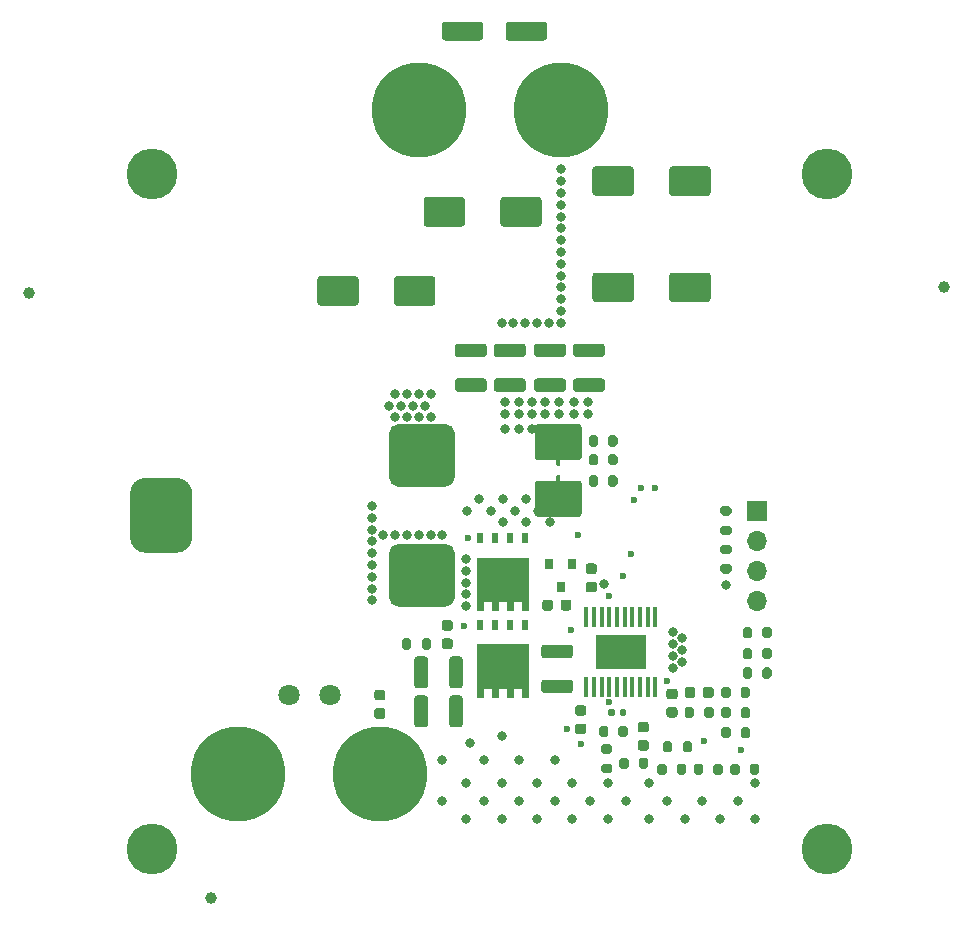
<source format=gbr>
%TF.GenerationSoftware,KiCad,Pcbnew,(5.1.7)-1*%
%TF.CreationDate,2021-06-07T18:47:12+03:00*%
%TF.ProjectId,SynchronousBuck,53796e63-6872-46f6-9e6f-75734275636b,rev?*%
%TF.SameCoordinates,Original*%
%TF.FileFunction,Soldermask,Top*%
%TF.FilePolarity,Negative*%
%FSLAX46Y46*%
G04 Gerber Fmt 4.6, Leading zero omitted, Abs format (unit mm)*
G04 Created by KiCad (PCBNEW (5.1.7)-1) date 2021-06-07 18:47:12*
%MOMM*%
%LPD*%
G01*
G04 APERTURE LIST*
%ADD10C,1.800000*%
%ADD11R,4.200000X3.000000*%
%ADD12R,0.420000X1.780000*%
%ADD13C,8.000000*%
%ADD14C,4.300000*%
%ADD15C,1.000000*%
%ADD16O,1.700000X1.700000*%
%ADD17R,1.700000X1.700000*%
%ADD18C,0.100000*%
%ADD19R,0.500000X0.850000*%
%ADD20R,0.800000X0.900000*%
%ADD21C,0.800000*%
%ADD22C,0.600000*%
G04 APERTURE END LIST*
%TO.C,C114*%
G36*
G01*
X97900000Y-73600000D02*
X97900000Y-75600000D01*
G75*
G02*
X97650000Y-75850000I-250000J0D01*
G01*
X94650000Y-75850000D01*
G75*
G02*
X94400000Y-75600000I0J250000D01*
G01*
X94400000Y-73600000D01*
G75*
G02*
X94650000Y-73350000I250000J0D01*
G01*
X97650000Y-73350000D01*
G75*
G02*
X97900000Y-73600000I0J-250000D01*
G01*
G37*
G36*
G01*
X104400000Y-73600000D02*
X104400000Y-75600000D01*
G75*
G02*
X104150000Y-75850000I-250000J0D01*
G01*
X101150000Y-75850000D01*
G75*
G02*
X100900000Y-75600000I0J250000D01*
G01*
X100900000Y-73600000D01*
G75*
G02*
X101150000Y-73350000I250000J0D01*
G01*
X104150000Y-73350000D01*
G75*
G02*
X104400000Y-73600000I0J-250000D01*
G01*
G37*
%TD*%
%TO.C,C113*%
G36*
G01*
X115200000Y-82000000D02*
X115200000Y-80000000D01*
G75*
G02*
X115450000Y-79750000I250000J0D01*
G01*
X118450000Y-79750000D01*
G75*
G02*
X118700000Y-80000000I0J-250000D01*
G01*
X118700000Y-82000000D01*
G75*
G02*
X118450000Y-82250000I-250000J0D01*
G01*
X115450000Y-82250000D01*
G75*
G02*
X115200000Y-82000000I0J250000D01*
G01*
G37*
G36*
G01*
X108700000Y-82000000D02*
X108700000Y-80000000D01*
G75*
G02*
X108950000Y-79750000I250000J0D01*
G01*
X111950000Y-79750000D01*
G75*
G02*
X112200000Y-80000000I0J-250000D01*
G01*
X112200000Y-82000000D01*
G75*
G02*
X111950000Y-82250000I-250000J0D01*
G01*
X108950000Y-82250000D01*
G75*
G02*
X108700000Y-82000000I0J250000D01*
G01*
G37*
%TD*%
%TO.C,C118*%
G36*
G01*
X88900000Y-80300000D02*
X88900000Y-82300000D01*
G75*
G02*
X88650000Y-82550000I-250000J0D01*
G01*
X85650000Y-82550000D01*
G75*
G02*
X85400000Y-82300000I0J250000D01*
G01*
X85400000Y-80300000D01*
G75*
G02*
X85650000Y-80050000I250000J0D01*
G01*
X88650000Y-80050000D01*
G75*
G02*
X88900000Y-80300000I0J-250000D01*
G01*
G37*
G36*
G01*
X95400000Y-80300000D02*
X95400000Y-82300000D01*
G75*
G02*
X95150000Y-82550000I-250000J0D01*
G01*
X92150000Y-82550000D01*
G75*
G02*
X91900000Y-82300000I0J250000D01*
G01*
X91900000Y-80300000D01*
G75*
G02*
X92150000Y-80050000I250000J0D01*
G01*
X95150000Y-80050000D01*
G75*
G02*
X95400000Y-80300000I0J-250000D01*
G01*
G37*
%TD*%
%TO.C,C112*%
G36*
G01*
X115200000Y-73000000D02*
X115200000Y-71000000D01*
G75*
G02*
X115450000Y-70750000I250000J0D01*
G01*
X118450000Y-70750000D01*
G75*
G02*
X118700000Y-71000000I0J-250000D01*
G01*
X118700000Y-73000000D01*
G75*
G02*
X118450000Y-73250000I-250000J0D01*
G01*
X115450000Y-73250000D01*
G75*
G02*
X115200000Y-73000000I0J250000D01*
G01*
G37*
G36*
G01*
X108700000Y-73000000D02*
X108700000Y-71000000D01*
G75*
G02*
X108950000Y-70750000I250000J0D01*
G01*
X111950000Y-70750000D01*
G75*
G02*
X112200000Y-71000000I0J-250000D01*
G01*
X112200000Y-73000000D01*
G75*
G02*
X111950000Y-73250000I-250000J0D01*
G01*
X108950000Y-73250000D01*
G75*
G02*
X108700000Y-73000000I0J250000D01*
G01*
G37*
%TD*%
%TO.C,C110*%
G36*
G01*
X99450000Y-58750000D02*
X99450000Y-59850000D01*
G75*
G02*
X99200000Y-60100000I-250000J0D01*
G01*
X96200000Y-60100000D01*
G75*
G02*
X95950000Y-59850000I0J250000D01*
G01*
X95950000Y-58750000D01*
G75*
G02*
X96200000Y-58500000I250000J0D01*
G01*
X99200000Y-58500000D01*
G75*
G02*
X99450000Y-58750000I0J-250000D01*
G01*
G37*
G36*
G01*
X104850000Y-58750000D02*
X104850000Y-59850000D01*
G75*
G02*
X104600000Y-60100000I-250000J0D01*
G01*
X101600000Y-60100000D01*
G75*
G02*
X101350000Y-59850000I0J250000D01*
G01*
X101350000Y-58750000D01*
G75*
G02*
X101600000Y-58500000I250000J0D01*
G01*
X104600000Y-58500000D01*
G75*
G02*
X104850000Y-58750000I0J-250000D01*
G01*
G37*
%TD*%
D10*
%TO.C,J104*%
X83000000Y-115500000D03*
X86500000Y-115500000D03*
%TD*%
%TO.C,R123*%
G36*
G01*
X120275000Y-103575000D02*
X119725000Y-103575000D01*
G75*
G02*
X119525000Y-103375000I0J200000D01*
G01*
X119525000Y-102975000D01*
G75*
G02*
X119725000Y-102775000I200000J0D01*
G01*
X120275000Y-102775000D01*
G75*
G02*
X120475000Y-102975000I0J-200000D01*
G01*
X120475000Y-103375000D01*
G75*
G02*
X120275000Y-103575000I-200000J0D01*
G01*
G37*
G36*
G01*
X120275000Y-105225000D02*
X119725000Y-105225000D01*
G75*
G02*
X119525000Y-105025000I0J200000D01*
G01*
X119525000Y-104625000D01*
G75*
G02*
X119725000Y-104425000I200000J0D01*
G01*
X120275000Y-104425000D01*
G75*
G02*
X120475000Y-104625000I0J-200000D01*
G01*
X120475000Y-105025000D01*
G75*
G02*
X120275000Y-105225000I-200000J0D01*
G01*
G37*
%TD*%
%TO.C,C121*%
G36*
G01*
X104599999Y-114200000D02*
X106800001Y-114200000D01*
G75*
G02*
X107050000Y-114449999I0J-249999D01*
G01*
X107050000Y-115100001D01*
G75*
G02*
X106800001Y-115350000I-249999J0D01*
G01*
X104599999Y-115350000D01*
G75*
G02*
X104350000Y-115100001I0J249999D01*
G01*
X104350000Y-114449999D01*
G75*
G02*
X104599999Y-114200000I249999J0D01*
G01*
G37*
G36*
G01*
X104599999Y-111250000D02*
X106800001Y-111250000D01*
G75*
G02*
X107050000Y-111499999I0J-249999D01*
G01*
X107050000Y-112150001D01*
G75*
G02*
X106800001Y-112400000I-249999J0D01*
G01*
X104599999Y-112400000D01*
G75*
G02*
X104350000Y-112150001I0J249999D01*
G01*
X104350000Y-111499999D01*
G75*
G02*
X104599999Y-111250000I249999J0D01*
G01*
G37*
%TD*%
%TO.C,C120*%
G36*
G01*
X96575000Y-118000001D02*
X96575000Y-115799999D01*
G75*
G02*
X96824999Y-115550000I249999J0D01*
G01*
X97475001Y-115550000D01*
G75*
G02*
X97725000Y-115799999I0J-249999D01*
G01*
X97725000Y-118000001D01*
G75*
G02*
X97475001Y-118250000I-249999J0D01*
G01*
X96824999Y-118250000D01*
G75*
G02*
X96575000Y-118000001I0J249999D01*
G01*
G37*
G36*
G01*
X93625000Y-118000001D02*
X93625000Y-115799999D01*
G75*
G02*
X93874999Y-115550000I249999J0D01*
G01*
X94525001Y-115550000D01*
G75*
G02*
X94775000Y-115799999I0J-249999D01*
G01*
X94775000Y-118000001D01*
G75*
G02*
X94525001Y-118250000I-249999J0D01*
G01*
X93874999Y-118250000D01*
G75*
G02*
X93625000Y-118000001I0J249999D01*
G01*
G37*
%TD*%
%TO.C,C119*%
G36*
G01*
X90950000Y-115975000D02*
X90450000Y-115975000D01*
G75*
G02*
X90225000Y-115750000I0J225000D01*
G01*
X90225000Y-115300000D01*
G75*
G02*
X90450000Y-115075000I225000J0D01*
G01*
X90950000Y-115075000D01*
G75*
G02*
X91175000Y-115300000I0J-225000D01*
G01*
X91175000Y-115750000D01*
G75*
G02*
X90950000Y-115975000I-225000J0D01*
G01*
G37*
G36*
G01*
X90950000Y-117525000D02*
X90450000Y-117525000D01*
G75*
G02*
X90225000Y-117300000I0J225000D01*
G01*
X90225000Y-116850000D01*
G75*
G02*
X90450000Y-116625000I225000J0D01*
G01*
X90950000Y-116625000D01*
G75*
G02*
X91175000Y-116850000I0J-225000D01*
G01*
X91175000Y-117300000D01*
G75*
G02*
X90950000Y-117525000I-225000J0D01*
G01*
G37*
%TD*%
%TO.C,C115*%
G36*
G01*
X103999999Y-88700000D02*
X106200001Y-88700000D01*
G75*
G02*
X106450000Y-88949999I0J-249999D01*
G01*
X106450000Y-89600001D01*
G75*
G02*
X106200001Y-89850000I-249999J0D01*
G01*
X103999999Y-89850000D01*
G75*
G02*
X103750000Y-89600001I0J249999D01*
G01*
X103750000Y-88949999D01*
G75*
G02*
X103999999Y-88700000I249999J0D01*
G01*
G37*
G36*
G01*
X103999550Y-85750000D02*
X106200450Y-85750000D01*
G75*
G02*
X106450000Y-85999550I0J-249550D01*
G01*
X106450000Y-86650450D01*
G75*
G02*
X106200450Y-86900000I-249550J0D01*
G01*
X103999550Y-86900000D01*
G75*
G02*
X103750000Y-86650450I0J249550D01*
G01*
X103750000Y-85999550D01*
G75*
G02*
X103999550Y-85750000I249550J0D01*
G01*
G37*
%TD*%
%TO.C,L101*%
G36*
G01*
X96260500Y-108040000D02*
X92259500Y-108040000D01*
G75*
G02*
X91460000Y-107240500I0J799500D01*
G01*
X91460000Y-103509500D01*
G75*
G02*
X92259500Y-102710000I799500J0D01*
G01*
X96260500Y-102710000D01*
G75*
G02*
X97060000Y-103509500I0J-799500D01*
G01*
X97060000Y-107240500D01*
G75*
G02*
X96260500Y-108040000I-799500J0D01*
G01*
G37*
G36*
G01*
X96255500Y-97890000D02*
X92264500Y-97890000D01*
G75*
G02*
X91465000Y-97090500I0J799500D01*
G01*
X91465000Y-93359500D01*
G75*
G02*
X92264500Y-92560000I799500J0D01*
G01*
X96255500Y-92560000D01*
G75*
G02*
X97055000Y-93359500I0J-799500D01*
G01*
X97055000Y-97090500D01*
G75*
G02*
X96255500Y-97890000I-799500J0D01*
G01*
G37*
G36*
G01*
X73500000Y-103475000D02*
X70860000Y-103475000D01*
G75*
G02*
X69540000Y-102155000I0J1320000D01*
G01*
X69540000Y-98445000D01*
G75*
G02*
X70860000Y-97125000I1320000J0D01*
G01*
X73500000Y-97125000D01*
G75*
G02*
X74820000Y-98445000I0J-1320000D01*
G01*
X74820000Y-102155000D01*
G75*
G02*
X73500000Y-103475000I-1320000J0D01*
G01*
G37*
%TD*%
D11*
%TO.C,U101*%
X111100000Y-111900000D03*
D12*
X108175000Y-108930000D03*
X108825000Y-108930000D03*
X109475000Y-108930000D03*
X110125000Y-108930000D03*
X110775000Y-108930000D03*
X111425000Y-108930000D03*
X112075000Y-108930000D03*
X112725000Y-108930000D03*
X113375000Y-108930000D03*
X114025000Y-108930000D03*
X114025000Y-114870000D03*
X113375000Y-114870000D03*
X112725000Y-114870000D03*
X112075000Y-114870000D03*
X111425000Y-114870000D03*
X110775000Y-114870000D03*
X110125000Y-114870000D03*
X109475000Y-114870000D03*
X108825000Y-114870000D03*
X108175000Y-114870000D03*
%TD*%
%TO.C,C117*%
G36*
G01*
X109500001Y-86900000D02*
X107299999Y-86900000D01*
G75*
G02*
X107050000Y-86650001I0J249999D01*
G01*
X107050000Y-85999999D01*
G75*
G02*
X107299999Y-85750000I249999J0D01*
G01*
X109500001Y-85750000D01*
G75*
G02*
X109750000Y-85999999I0J-249999D01*
G01*
X109750000Y-86650001D01*
G75*
G02*
X109500001Y-86900000I-249999J0D01*
G01*
G37*
G36*
G01*
X109500001Y-89850000D02*
X107299999Y-89850000D01*
G75*
G02*
X107050000Y-89600001I0J249999D01*
G01*
X107050000Y-88949999D01*
G75*
G02*
X107299999Y-88700000I249999J0D01*
G01*
X109500001Y-88700000D01*
G75*
G02*
X109750000Y-88949999I0J-249999D01*
G01*
X109750000Y-89600001D01*
G75*
G02*
X109500001Y-89850000I-249999J0D01*
G01*
G37*
%TD*%
%TO.C,C116*%
G36*
G01*
X99500001Y-86900000D02*
X97299999Y-86900000D01*
G75*
G02*
X97050000Y-86650001I0J249999D01*
G01*
X97050000Y-85999999D01*
G75*
G02*
X97299999Y-85750000I249999J0D01*
G01*
X99500001Y-85750000D01*
G75*
G02*
X99750000Y-85999999I0J-249999D01*
G01*
X99750000Y-86650001D01*
G75*
G02*
X99500001Y-86900000I-249999J0D01*
G01*
G37*
G36*
G01*
X99500001Y-89850000D02*
X97299999Y-89850000D01*
G75*
G02*
X97050000Y-89600001I0J249999D01*
G01*
X97050000Y-88949999D01*
G75*
G02*
X97299999Y-88700000I249999J0D01*
G01*
X99500001Y-88700000D01*
G75*
G02*
X99750000Y-88949999I0J-249999D01*
G01*
X99750000Y-89600001D01*
G75*
G02*
X99500001Y-89850000I-249999J0D01*
G01*
G37*
%TD*%
D13*
%TO.C,J103*%
X94000000Y-66000000D03*
X106000000Y-66000000D03*
%TD*%
%TO.C,J101*%
X90700000Y-122200000D03*
X78700000Y-122200000D03*
%TD*%
D14*
%TO.C,H104*%
X128584270Y-71415730D03*
%TD*%
%TO.C,H103*%
X71415730Y-71415730D03*
%TD*%
%TO.C,H102*%
X71415730Y-128584270D03*
%TD*%
%TO.C,H101*%
X128584270Y-128584270D03*
%TD*%
D15*
%TO.C,FID103*%
X61000000Y-81500000D03*
%TD*%
%TO.C,FID102*%
X138500000Y-81000000D03*
%TD*%
%TO.C,FID101*%
X76400000Y-132700000D03*
%TD*%
%TO.C,R121*%
G36*
G01*
X120275000Y-100325000D02*
X119725000Y-100325000D01*
G75*
G02*
X119525000Y-100125000I0J200000D01*
G01*
X119525000Y-99725000D01*
G75*
G02*
X119725000Y-99525000I200000J0D01*
G01*
X120275000Y-99525000D01*
G75*
G02*
X120475000Y-99725000I0J-200000D01*
G01*
X120475000Y-100125000D01*
G75*
G02*
X120275000Y-100325000I-200000J0D01*
G01*
G37*
G36*
G01*
X120275000Y-101975000D02*
X119725000Y-101975000D01*
G75*
G02*
X119525000Y-101775000I0J200000D01*
G01*
X119525000Y-101375000D01*
G75*
G02*
X119725000Y-101175000I200000J0D01*
G01*
X120275000Y-101175000D01*
G75*
G02*
X120475000Y-101375000I0J-200000D01*
G01*
X120475000Y-101775000D01*
G75*
G02*
X120275000Y-101975000I-200000J0D01*
G01*
G37*
%TD*%
%TO.C,R119*%
G36*
G01*
X122225000Y-111725000D02*
X122225000Y-112275000D01*
G75*
G02*
X122025000Y-112475000I-200000J0D01*
G01*
X121625000Y-112475000D01*
G75*
G02*
X121425000Y-112275000I0J200000D01*
G01*
X121425000Y-111725000D01*
G75*
G02*
X121625000Y-111525000I200000J0D01*
G01*
X122025000Y-111525000D01*
G75*
G02*
X122225000Y-111725000I0J-200000D01*
G01*
G37*
G36*
G01*
X123875000Y-111725000D02*
X123875000Y-112275000D01*
G75*
G02*
X123675000Y-112475000I-200000J0D01*
G01*
X123275000Y-112475000D01*
G75*
G02*
X123075000Y-112275000I0J200000D01*
G01*
X123075000Y-111725000D01*
G75*
G02*
X123275000Y-111525000I200000J0D01*
G01*
X123675000Y-111525000D01*
G75*
G02*
X123875000Y-111725000I0J-200000D01*
G01*
G37*
%TD*%
%TO.C,R118*%
G36*
G01*
X123075000Y-110525000D02*
X123075000Y-109975000D01*
G75*
G02*
X123275000Y-109775000I200000J0D01*
G01*
X123675000Y-109775000D01*
G75*
G02*
X123875000Y-109975000I0J-200000D01*
G01*
X123875000Y-110525000D01*
G75*
G02*
X123675000Y-110725000I-200000J0D01*
G01*
X123275000Y-110725000D01*
G75*
G02*
X123075000Y-110525000I0J200000D01*
G01*
G37*
G36*
G01*
X121425000Y-110525000D02*
X121425000Y-109975000D01*
G75*
G02*
X121625000Y-109775000I200000J0D01*
G01*
X122025000Y-109775000D01*
G75*
G02*
X122225000Y-109975000I0J-200000D01*
G01*
X122225000Y-110525000D01*
G75*
G02*
X122025000Y-110725000I-200000J0D01*
G01*
X121625000Y-110725000D01*
G75*
G02*
X121425000Y-110525000I0J200000D01*
G01*
G37*
%TD*%
%TO.C,R117*%
G36*
G01*
X122225000Y-113375000D02*
X122225000Y-113925000D01*
G75*
G02*
X122025000Y-114125000I-200000J0D01*
G01*
X121625000Y-114125000D01*
G75*
G02*
X121425000Y-113925000I0J200000D01*
G01*
X121425000Y-113375000D01*
G75*
G02*
X121625000Y-113175000I200000J0D01*
G01*
X122025000Y-113175000D01*
G75*
G02*
X122225000Y-113375000I0J-200000D01*
G01*
G37*
G36*
G01*
X123875000Y-113375000D02*
X123875000Y-113925000D01*
G75*
G02*
X123675000Y-114125000I-200000J0D01*
G01*
X123275000Y-114125000D01*
G75*
G02*
X123075000Y-113925000I0J200000D01*
G01*
X123075000Y-113375000D01*
G75*
G02*
X123275000Y-113175000I200000J0D01*
G01*
X123675000Y-113175000D01*
G75*
G02*
X123875000Y-113375000I0J-200000D01*
G01*
G37*
%TD*%
D16*
%TO.C,J102*%
X122600000Y-107520000D03*
X122600000Y-104980000D03*
X122600000Y-102440000D03*
D17*
X122600000Y-99900000D03*
%TD*%
%TO.C,R105*%
G36*
G01*
X107490000Y-100450000D02*
X104110000Y-100450000D01*
G75*
G02*
X103800000Y-100140000I0J310000D01*
G01*
X103800000Y-97660000D01*
G75*
G02*
X104110000Y-97350000I310000J0D01*
G01*
X107490000Y-97350000D01*
G75*
G02*
X107800000Y-97660000I0J-310000D01*
G01*
X107800000Y-100140000D01*
G75*
G02*
X107490000Y-100450000I-310000J0D01*
G01*
G37*
G36*
G01*
X107490000Y-95650000D02*
X104110000Y-95650000D01*
G75*
G02*
X103800000Y-95340000I0J310000D01*
G01*
X103800000Y-92860000D01*
G75*
G02*
X104110000Y-92550000I310000J0D01*
G01*
X107490000Y-92550000D01*
G75*
G02*
X107800000Y-92860000I0J-310000D01*
G01*
X107800000Y-95340000D01*
G75*
G02*
X107490000Y-95650000I-310000J0D01*
G01*
G37*
G36*
G01*
X105920000Y-96100000D02*
X105680000Y-96100000D01*
G75*
G02*
X105650000Y-96070000I0J30000D01*
G01*
X105650000Y-95530000D01*
G75*
G02*
X105680000Y-95500000I30000J0D01*
G01*
X105920000Y-95500000D01*
G75*
G02*
X105950000Y-95530000I0J-30000D01*
G01*
X105950000Y-96070000D01*
G75*
G02*
X105920000Y-96100000I-30000J0D01*
G01*
G37*
G36*
G01*
X105920000Y-97500000D02*
X105680000Y-97500000D01*
G75*
G02*
X105650000Y-97470000I0J30000D01*
G01*
X105650000Y-96930000D01*
G75*
G02*
X105680000Y-96900000I30000J0D01*
G01*
X105920000Y-96900000D01*
G75*
G02*
X105950000Y-96930000I0J-30000D01*
G01*
X105950000Y-97470000D01*
G75*
G02*
X105920000Y-97500000I-30000J0D01*
G01*
G37*
%TD*%
%TO.C,C102*%
G36*
G01*
X111000000Y-117170000D02*
X111000000Y-116830000D01*
G75*
G02*
X111140000Y-116690000I140000J0D01*
G01*
X111420000Y-116690000D01*
G75*
G02*
X111560000Y-116830000I0J-140000D01*
G01*
X111560000Y-117170000D01*
G75*
G02*
X111420000Y-117310000I-140000J0D01*
G01*
X111140000Y-117310000D01*
G75*
G02*
X111000000Y-117170000I0J140000D01*
G01*
G37*
G36*
G01*
X110040000Y-117170000D02*
X110040000Y-116830000D01*
G75*
G02*
X110180000Y-116690000I140000J0D01*
G01*
X110460000Y-116690000D01*
G75*
G02*
X110600000Y-116830000I0J-140000D01*
G01*
X110600000Y-117170000D01*
G75*
G02*
X110460000Y-117310000I-140000J0D01*
G01*
X110180000Y-117310000D01*
G75*
G02*
X110040000Y-117170000I0J140000D01*
G01*
G37*
%TD*%
%TO.C,C108*%
G36*
G01*
X96150000Y-110725000D02*
X96650000Y-110725000D01*
G75*
G02*
X96875000Y-110950000I0J-225000D01*
G01*
X96875000Y-111400000D01*
G75*
G02*
X96650000Y-111625000I-225000J0D01*
G01*
X96150000Y-111625000D01*
G75*
G02*
X95925000Y-111400000I0J225000D01*
G01*
X95925000Y-110950000D01*
G75*
G02*
X96150000Y-110725000I225000J0D01*
G01*
G37*
G36*
G01*
X96150000Y-109175000D02*
X96650000Y-109175000D01*
G75*
G02*
X96875000Y-109400000I0J-225000D01*
G01*
X96875000Y-109850000D01*
G75*
G02*
X96650000Y-110075000I-225000J0D01*
G01*
X96150000Y-110075000D01*
G75*
G02*
X95925000Y-109850000I0J225000D01*
G01*
X95925000Y-109400000D01*
G75*
G02*
X96150000Y-109175000I225000J0D01*
G01*
G37*
%TD*%
%TO.C,C107*%
G36*
G01*
X108850000Y-105275000D02*
X108350000Y-105275000D01*
G75*
G02*
X108125000Y-105050000I0J225000D01*
G01*
X108125000Y-104600000D01*
G75*
G02*
X108350000Y-104375000I225000J0D01*
G01*
X108850000Y-104375000D01*
G75*
G02*
X109075000Y-104600000I0J-225000D01*
G01*
X109075000Y-105050000D01*
G75*
G02*
X108850000Y-105275000I-225000J0D01*
G01*
G37*
G36*
G01*
X108850000Y-106825000D02*
X108350000Y-106825000D01*
G75*
G02*
X108125000Y-106600000I0J225000D01*
G01*
X108125000Y-106150000D01*
G75*
G02*
X108350000Y-105925000I225000J0D01*
G01*
X108850000Y-105925000D01*
G75*
G02*
X109075000Y-106150000I0J-225000D01*
G01*
X109075000Y-106600000D01*
G75*
G02*
X108850000Y-106825000I-225000J0D01*
G01*
G37*
%TD*%
%TO.C,C106*%
G36*
G01*
X117400000Y-115050000D02*
X117400000Y-115550000D01*
G75*
G02*
X117175000Y-115775000I-225000J0D01*
G01*
X116725000Y-115775000D01*
G75*
G02*
X116500000Y-115550000I0J225000D01*
G01*
X116500000Y-115050000D01*
G75*
G02*
X116725000Y-114825000I225000J0D01*
G01*
X117175000Y-114825000D01*
G75*
G02*
X117400000Y-115050000I0J-225000D01*
G01*
G37*
G36*
G01*
X118950000Y-115050000D02*
X118950000Y-115550000D01*
G75*
G02*
X118725000Y-115775000I-225000J0D01*
G01*
X118275000Y-115775000D01*
G75*
G02*
X118050000Y-115550000I0J225000D01*
G01*
X118050000Y-115050000D01*
G75*
G02*
X118275000Y-114825000I225000J0D01*
G01*
X118725000Y-114825000D01*
G75*
G02*
X118950000Y-115050000I0J-225000D01*
G01*
G37*
%TD*%
%TO.C,C105*%
G36*
G01*
X105350000Y-107650000D02*
X105350000Y-108150000D01*
G75*
G02*
X105125000Y-108375000I-225000J0D01*
G01*
X104675000Y-108375000D01*
G75*
G02*
X104450000Y-108150000I0J225000D01*
G01*
X104450000Y-107650000D01*
G75*
G02*
X104675000Y-107425000I225000J0D01*
G01*
X105125000Y-107425000D01*
G75*
G02*
X105350000Y-107650000I0J-225000D01*
G01*
G37*
G36*
G01*
X106900000Y-107650000D02*
X106900000Y-108150000D01*
G75*
G02*
X106675000Y-108375000I-225000J0D01*
G01*
X106225000Y-108375000D01*
G75*
G02*
X106000000Y-108150000I0J225000D01*
G01*
X106000000Y-107650000D01*
G75*
G02*
X106225000Y-107425000I225000J0D01*
G01*
X106675000Y-107425000D01*
G75*
G02*
X106900000Y-107650000I0J-225000D01*
G01*
G37*
%TD*%
%TO.C,C104*%
G36*
G01*
X115675000Y-115875000D02*
X115175000Y-115875000D01*
G75*
G02*
X114950000Y-115650000I0J225000D01*
G01*
X114950000Y-115200000D01*
G75*
G02*
X115175000Y-114975000I225000J0D01*
G01*
X115675000Y-114975000D01*
G75*
G02*
X115900000Y-115200000I0J-225000D01*
G01*
X115900000Y-115650000D01*
G75*
G02*
X115675000Y-115875000I-225000J0D01*
G01*
G37*
G36*
G01*
X115675000Y-117425000D02*
X115175000Y-117425000D01*
G75*
G02*
X114950000Y-117200000I0J225000D01*
G01*
X114950000Y-116750000D01*
G75*
G02*
X115175000Y-116525000I225000J0D01*
G01*
X115675000Y-116525000D01*
G75*
G02*
X115900000Y-116750000I0J-225000D01*
G01*
X115900000Y-117200000D01*
G75*
G02*
X115675000Y-117425000I-225000J0D01*
G01*
G37*
%TD*%
%TO.C,C103*%
G36*
G01*
X112750000Y-119325000D02*
X113250000Y-119325000D01*
G75*
G02*
X113475000Y-119550000I0J-225000D01*
G01*
X113475000Y-120000000D01*
G75*
G02*
X113250000Y-120225000I-225000J0D01*
G01*
X112750000Y-120225000D01*
G75*
G02*
X112525000Y-120000000I0J225000D01*
G01*
X112525000Y-119550000D01*
G75*
G02*
X112750000Y-119325000I225000J0D01*
G01*
G37*
G36*
G01*
X112750000Y-117775000D02*
X113250000Y-117775000D01*
G75*
G02*
X113475000Y-118000000I0J-225000D01*
G01*
X113475000Y-118450000D01*
G75*
G02*
X113250000Y-118675000I-225000J0D01*
G01*
X112750000Y-118675000D01*
G75*
G02*
X112525000Y-118450000I0J225000D01*
G01*
X112525000Y-118000000D01*
G75*
G02*
X112750000Y-117775000I225000J0D01*
G01*
G37*
%TD*%
%TO.C,R116*%
G36*
G01*
X120400000Y-116725000D02*
X120400000Y-117275000D01*
G75*
G02*
X120200000Y-117475000I-200000J0D01*
G01*
X119800000Y-117475000D01*
G75*
G02*
X119600000Y-117275000I0J200000D01*
G01*
X119600000Y-116725000D01*
G75*
G02*
X119800000Y-116525000I200000J0D01*
G01*
X120200000Y-116525000D01*
G75*
G02*
X120400000Y-116725000I0J-200000D01*
G01*
G37*
G36*
G01*
X122050000Y-116725000D02*
X122050000Y-117275000D01*
G75*
G02*
X121850000Y-117475000I-200000J0D01*
G01*
X121450000Y-117475000D01*
G75*
G02*
X121250000Y-117275000I0J200000D01*
G01*
X121250000Y-116725000D01*
G75*
G02*
X121450000Y-116525000I200000J0D01*
G01*
X121850000Y-116525000D01*
G75*
G02*
X122050000Y-116725000I0J-200000D01*
G01*
G37*
%TD*%
%TO.C,R115*%
G36*
G01*
X120400000Y-118425000D02*
X120400000Y-118975000D01*
G75*
G02*
X120200000Y-119175000I-200000J0D01*
G01*
X119800000Y-119175000D01*
G75*
G02*
X119600000Y-118975000I0J200000D01*
G01*
X119600000Y-118425000D01*
G75*
G02*
X119800000Y-118225000I200000J0D01*
G01*
X120200000Y-118225000D01*
G75*
G02*
X120400000Y-118425000I0J-200000D01*
G01*
G37*
G36*
G01*
X122050000Y-118425000D02*
X122050000Y-118975000D01*
G75*
G02*
X121850000Y-119175000I-200000J0D01*
G01*
X121450000Y-119175000D01*
G75*
G02*
X121250000Y-118975000I0J200000D01*
G01*
X121250000Y-118425000D01*
G75*
G02*
X121450000Y-118225000I200000J0D01*
G01*
X121850000Y-118225000D01*
G75*
G02*
X122050000Y-118425000I0J-200000D01*
G01*
G37*
%TD*%
%TO.C,R114*%
G36*
G01*
X110025000Y-94275000D02*
X110025000Y-93725000D01*
G75*
G02*
X110225000Y-93525000I200000J0D01*
G01*
X110625000Y-93525000D01*
G75*
G02*
X110825000Y-93725000I0J-200000D01*
G01*
X110825000Y-94275000D01*
G75*
G02*
X110625000Y-94475000I-200000J0D01*
G01*
X110225000Y-94475000D01*
G75*
G02*
X110025000Y-94275000I0J200000D01*
G01*
G37*
G36*
G01*
X108375000Y-94275000D02*
X108375000Y-93725000D01*
G75*
G02*
X108575000Y-93525000I200000J0D01*
G01*
X108975000Y-93525000D01*
G75*
G02*
X109175000Y-93725000I0J-200000D01*
G01*
X109175000Y-94275000D01*
G75*
G02*
X108975000Y-94475000I-200000J0D01*
G01*
X108575000Y-94475000D01*
G75*
G02*
X108375000Y-94275000I0J200000D01*
G01*
G37*
%TD*%
%TO.C,R113*%
G36*
G01*
X110025000Y-95875000D02*
X110025000Y-95325000D01*
G75*
G02*
X110225000Y-95125000I200000J0D01*
G01*
X110625000Y-95125000D01*
G75*
G02*
X110825000Y-95325000I0J-200000D01*
G01*
X110825000Y-95875000D01*
G75*
G02*
X110625000Y-96075000I-200000J0D01*
G01*
X110225000Y-96075000D01*
G75*
G02*
X110025000Y-95875000I0J200000D01*
G01*
G37*
G36*
G01*
X108375000Y-95875000D02*
X108375000Y-95325000D01*
G75*
G02*
X108575000Y-95125000I200000J0D01*
G01*
X108975000Y-95125000D01*
G75*
G02*
X109175000Y-95325000I0J-200000D01*
G01*
X109175000Y-95875000D01*
G75*
G02*
X108975000Y-96075000I-200000J0D01*
G01*
X108575000Y-96075000D01*
G75*
G02*
X108375000Y-95875000I0J200000D01*
G01*
G37*
%TD*%
%TO.C,R112*%
G36*
G01*
X110025000Y-97675000D02*
X110025000Y-97125000D01*
G75*
G02*
X110225000Y-96925000I200000J0D01*
G01*
X110625000Y-96925000D01*
G75*
G02*
X110825000Y-97125000I0J-200000D01*
G01*
X110825000Y-97675000D01*
G75*
G02*
X110625000Y-97875000I-200000J0D01*
G01*
X110225000Y-97875000D01*
G75*
G02*
X110025000Y-97675000I0J200000D01*
G01*
G37*
G36*
G01*
X108375000Y-97675000D02*
X108375000Y-97125000D01*
G75*
G02*
X108575000Y-96925000I200000J0D01*
G01*
X108975000Y-96925000D01*
G75*
G02*
X109175000Y-97125000I0J-200000D01*
G01*
X109175000Y-97675000D01*
G75*
G02*
X108975000Y-97875000I-200000J0D01*
G01*
X108575000Y-97875000D01*
G75*
G02*
X108375000Y-97675000I0J200000D01*
G01*
G37*
%TD*%
%TO.C,R111*%
G36*
G01*
X112625000Y-121575000D02*
X112625000Y-121025000D01*
G75*
G02*
X112825000Y-120825000I200000J0D01*
G01*
X113225000Y-120825000D01*
G75*
G02*
X113425000Y-121025000I0J-200000D01*
G01*
X113425000Y-121575000D01*
G75*
G02*
X113225000Y-121775000I-200000J0D01*
G01*
X112825000Y-121775000D01*
G75*
G02*
X112625000Y-121575000I0J200000D01*
G01*
G37*
G36*
G01*
X110975000Y-121575000D02*
X110975000Y-121025000D01*
G75*
G02*
X111175000Y-120825000I200000J0D01*
G01*
X111575000Y-120825000D01*
G75*
G02*
X111775000Y-121025000I0J-200000D01*
G01*
X111775000Y-121575000D01*
G75*
G02*
X111575000Y-121775000I-200000J0D01*
G01*
X111175000Y-121775000D01*
G75*
G02*
X110975000Y-121575000I0J200000D01*
G01*
G37*
%TD*%
%TO.C,R110*%
G36*
G01*
X114975000Y-121525000D02*
X114975000Y-122075000D01*
G75*
G02*
X114775000Y-122275000I-200000J0D01*
G01*
X114375000Y-122275000D01*
G75*
G02*
X114175000Y-122075000I0J200000D01*
G01*
X114175000Y-121525000D01*
G75*
G02*
X114375000Y-121325000I200000J0D01*
G01*
X114775000Y-121325000D01*
G75*
G02*
X114975000Y-121525000I0J-200000D01*
G01*
G37*
G36*
G01*
X116625000Y-121525000D02*
X116625000Y-122075000D01*
G75*
G02*
X116425000Y-122275000I-200000J0D01*
G01*
X116025000Y-122275000D01*
G75*
G02*
X115825000Y-122075000I0J200000D01*
G01*
X115825000Y-121525000D01*
G75*
G02*
X116025000Y-121325000I200000J0D01*
G01*
X116425000Y-121325000D01*
G75*
G02*
X116625000Y-121525000I0J-200000D01*
G01*
G37*
%TD*%
%TO.C,R109*%
G36*
G01*
X118075000Y-121525000D02*
X118075000Y-122075000D01*
G75*
G02*
X117875000Y-122275000I-200000J0D01*
G01*
X117475000Y-122275000D01*
G75*
G02*
X117275000Y-122075000I0J200000D01*
G01*
X117275000Y-121525000D01*
G75*
G02*
X117475000Y-121325000I200000J0D01*
G01*
X117875000Y-121325000D01*
G75*
G02*
X118075000Y-121525000I0J-200000D01*
G01*
G37*
G36*
G01*
X119725000Y-121525000D02*
X119725000Y-122075000D01*
G75*
G02*
X119525000Y-122275000I-200000J0D01*
G01*
X119125000Y-122275000D01*
G75*
G02*
X118925000Y-122075000I0J200000D01*
G01*
X118925000Y-121525000D01*
G75*
G02*
X119125000Y-121325000I200000J0D01*
G01*
X119525000Y-121325000D01*
G75*
G02*
X119725000Y-121525000I0J-200000D01*
G01*
G37*
%TD*%
D18*
%TO.C,Q102*%
G36*
X102705000Y-108425000D02*
G01*
X102705000Y-107625000D01*
X102035000Y-107625000D01*
X102035000Y-108425000D01*
X101435000Y-108425000D01*
X101435000Y-107625000D01*
X100765000Y-107625000D01*
X100765000Y-108425000D01*
X100165000Y-108425000D01*
X100165000Y-107625000D01*
X99495000Y-107625000D01*
X99495000Y-108425000D01*
X98895000Y-108425000D01*
X98895000Y-103875000D01*
X103305000Y-103875000D01*
X103305000Y-108425000D01*
X102705000Y-108425000D01*
G37*
D19*
X99195000Y-102200000D03*
X100465000Y-102200000D03*
X101735000Y-102200000D03*
X103005000Y-102200000D03*
%TD*%
%TO.C,R108*%
G36*
G01*
X115475000Y-119625000D02*
X115475000Y-120175000D01*
G75*
G02*
X115275000Y-120375000I-200000J0D01*
G01*
X114875000Y-120375000D01*
G75*
G02*
X114675000Y-120175000I0J200000D01*
G01*
X114675000Y-119625000D01*
G75*
G02*
X114875000Y-119425000I200000J0D01*
G01*
X115275000Y-119425000D01*
G75*
G02*
X115475000Y-119625000I0J-200000D01*
G01*
G37*
G36*
G01*
X117125000Y-119625000D02*
X117125000Y-120175000D01*
G75*
G02*
X116925000Y-120375000I-200000J0D01*
G01*
X116525000Y-120375000D01*
G75*
G02*
X116325000Y-120175000I0J200000D01*
G01*
X116325000Y-119625000D01*
G75*
G02*
X116525000Y-119425000I200000J0D01*
G01*
X116925000Y-119425000D01*
G75*
G02*
X117125000Y-119625000I0J-200000D01*
G01*
G37*
%TD*%
%TO.C,R107*%
G36*
G01*
X121250000Y-115575000D02*
X121250000Y-115025000D01*
G75*
G02*
X121450000Y-114825000I200000J0D01*
G01*
X121850000Y-114825000D01*
G75*
G02*
X122050000Y-115025000I0J-200000D01*
G01*
X122050000Y-115575000D01*
G75*
G02*
X121850000Y-115775000I-200000J0D01*
G01*
X121450000Y-115775000D01*
G75*
G02*
X121250000Y-115575000I0J200000D01*
G01*
G37*
G36*
G01*
X119600000Y-115575000D02*
X119600000Y-115025000D01*
G75*
G02*
X119800000Y-114825000I200000J0D01*
G01*
X120200000Y-114825000D01*
G75*
G02*
X120400000Y-115025000I0J-200000D01*
G01*
X120400000Y-115575000D01*
G75*
G02*
X120200000Y-115775000I-200000J0D01*
G01*
X119800000Y-115775000D01*
G75*
G02*
X119600000Y-115575000I0J200000D01*
G01*
G37*
%TD*%
%TO.C,R106*%
G36*
G01*
X93375000Y-110925000D02*
X93375000Y-111475000D01*
G75*
G02*
X93175000Y-111675000I-200000J0D01*
G01*
X92775000Y-111675000D01*
G75*
G02*
X92575000Y-111475000I0J200000D01*
G01*
X92575000Y-110925000D01*
G75*
G02*
X92775000Y-110725000I200000J0D01*
G01*
X93175000Y-110725000D01*
G75*
G02*
X93375000Y-110925000I0J-200000D01*
G01*
G37*
G36*
G01*
X95025000Y-110925000D02*
X95025000Y-111475000D01*
G75*
G02*
X94825000Y-111675000I-200000J0D01*
G01*
X94425000Y-111675000D01*
G75*
G02*
X94225000Y-111475000I0J200000D01*
G01*
X94225000Y-110925000D01*
G75*
G02*
X94425000Y-110725000I200000J0D01*
G01*
X94825000Y-110725000D01*
G75*
G02*
X95025000Y-110925000I0J-200000D01*
G01*
G37*
%TD*%
%TO.C,R104*%
G36*
G01*
X117300000Y-116725000D02*
X117300000Y-117275000D01*
G75*
G02*
X117100000Y-117475000I-200000J0D01*
G01*
X116700000Y-117475000D01*
G75*
G02*
X116500000Y-117275000I0J200000D01*
G01*
X116500000Y-116725000D01*
G75*
G02*
X116700000Y-116525000I200000J0D01*
G01*
X117100000Y-116525000D01*
G75*
G02*
X117300000Y-116725000I0J-200000D01*
G01*
G37*
G36*
G01*
X118950000Y-116725000D02*
X118950000Y-117275000D01*
G75*
G02*
X118750000Y-117475000I-200000J0D01*
G01*
X118350000Y-117475000D01*
G75*
G02*
X118150000Y-117275000I0J200000D01*
G01*
X118150000Y-116725000D01*
G75*
G02*
X118350000Y-116525000I200000J0D01*
G01*
X118750000Y-116525000D01*
G75*
G02*
X118950000Y-116725000I0J-200000D01*
G01*
G37*
%TD*%
%TO.C,R103*%
G36*
G01*
X110900000Y-118875000D02*
X110900000Y-118325000D01*
G75*
G02*
X111100000Y-118125000I200000J0D01*
G01*
X111500000Y-118125000D01*
G75*
G02*
X111700000Y-118325000I0J-200000D01*
G01*
X111700000Y-118875000D01*
G75*
G02*
X111500000Y-119075000I-200000J0D01*
G01*
X111100000Y-119075000D01*
G75*
G02*
X110900000Y-118875000I0J200000D01*
G01*
G37*
G36*
G01*
X109250000Y-118875000D02*
X109250000Y-118325000D01*
G75*
G02*
X109450000Y-118125000I200000J0D01*
G01*
X109850000Y-118125000D01*
G75*
G02*
X110050000Y-118325000I0J-200000D01*
G01*
X110050000Y-118875000D01*
G75*
G02*
X109850000Y-119075000I-200000J0D01*
G01*
X109450000Y-119075000D01*
G75*
G02*
X109250000Y-118875000I0J200000D01*
G01*
G37*
%TD*%
%TO.C,R102*%
G36*
G01*
X110175000Y-120475000D02*
X109625000Y-120475000D01*
G75*
G02*
X109425000Y-120275000I0J200000D01*
G01*
X109425000Y-119875000D01*
G75*
G02*
X109625000Y-119675000I200000J0D01*
G01*
X110175000Y-119675000D01*
G75*
G02*
X110375000Y-119875000I0J-200000D01*
G01*
X110375000Y-120275000D01*
G75*
G02*
X110175000Y-120475000I-200000J0D01*
G01*
G37*
G36*
G01*
X110175000Y-122125000D02*
X109625000Y-122125000D01*
G75*
G02*
X109425000Y-121925000I0J200000D01*
G01*
X109425000Y-121525000D01*
G75*
G02*
X109625000Y-121325000I200000J0D01*
G01*
X110175000Y-121325000D01*
G75*
G02*
X110375000Y-121525000I0J-200000D01*
G01*
X110375000Y-121925000D01*
G75*
G02*
X110175000Y-122125000I-200000J0D01*
G01*
G37*
%TD*%
%TO.C,R101*%
G36*
G01*
X121175000Y-121525000D02*
X121175000Y-122075000D01*
G75*
G02*
X120975000Y-122275000I-200000J0D01*
G01*
X120575000Y-122275000D01*
G75*
G02*
X120375000Y-122075000I0J200000D01*
G01*
X120375000Y-121525000D01*
G75*
G02*
X120575000Y-121325000I200000J0D01*
G01*
X120975000Y-121325000D01*
G75*
G02*
X121175000Y-121525000I0J-200000D01*
G01*
G37*
G36*
G01*
X122825000Y-121525000D02*
X122825000Y-122075000D01*
G75*
G02*
X122625000Y-122275000I-200000J0D01*
G01*
X122225000Y-122275000D01*
G75*
G02*
X122025000Y-122075000I0J200000D01*
G01*
X122025000Y-121525000D01*
G75*
G02*
X122225000Y-121325000I200000J0D01*
G01*
X122625000Y-121325000D01*
G75*
G02*
X122825000Y-121525000I0J-200000D01*
G01*
G37*
%TD*%
D18*
%TO.C,Q101*%
G36*
X102705000Y-115775000D02*
G01*
X102705000Y-114975000D01*
X102035000Y-114975000D01*
X102035000Y-115775000D01*
X101435000Y-115775000D01*
X101435000Y-114975000D01*
X100765000Y-114975000D01*
X100765000Y-115775000D01*
X100165000Y-115775000D01*
X100165000Y-114975000D01*
X99495000Y-114975000D01*
X99495000Y-115775000D01*
X98895000Y-115775000D01*
X98895000Y-111225000D01*
X103305000Y-111225000D01*
X103305000Y-115775000D01*
X102705000Y-115775000D01*
G37*
D19*
X99195000Y-109550000D03*
X100465000Y-109550000D03*
X101735000Y-109550000D03*
X103005000Y-109550000D03*
%TD*%
D20*
%TO.C,D101*%
X106000000Y-106400000D03*
X105050000Y-104400000D03*
X106950000Y-104400000D03*
%TD*%
%TO.C,C111*%
G36*
G01*
X94775000Y-112499999D02*
X94775000Y-114700001D01*
G75*
G02*
X94525001Y-114950000I-249999J0D01*
G01*
X93874999Y-114950000D01*
G75*
G02*
X93625000Y-114700001I0J249999D01*
G01*
X93625000Y-112499999D01*
G75*
G02*
X93874999Y-112250000I249999J0D01*
G01*
X94525001Y-112250000D01*
G75*
G02*
X94775000Y-112499999I0J-249999D01*
G01*
G37*
G36*
G01*
X97725000Y-112499999D02*
X97725000Y-114700001D01*
G75*
G02*
X97475001Y-114950000I-249999J0D01*
G01*
X96824999Y-114950000D01*
G75*
G02*
X96575000Y-114700001I0J249999D01*
G01*
X96575000Y-112499999D01*
G75*
G02*
X96824999Y-112250000I249999J0D01*
G01*
X97475001Y-112250000D01*
G75*
G02*
X97725000Y-112499999I0J-249999D01*
G01*
G37*
%TD*%
%TO.C,C109*%
G36*
G01*
X100599999Y-88700000D02*
X102800001Y-88700000D01*
G75*
G02*
X103050000Y-88949999I0J-249999D01*
G01*
X103050000Y-89600001D01*
G75*
G02*
X102800001Y-89850000I-249999J0D01*
G01*
X100599999Y-89850000D01*
G75*
G02*
X100350000Y-89600001I0J249999D01*
G01*
X100350000Y-88949999D01*
G75*
G02*
X100599999Y-88700000I249999J0D01*
G01*
G37*
G36*
G01*
X100599550Y-85750000D02*
X102800450Y-85750000D01*
G75*
G02*
X103050000Y-85999550I0J-249550D01*
G01*
X103050000Y-86650450D01*
G75*
G02*
X102800450Y-86900000I-249550J0D01*
G01*
X100599550Y-86900000D01*
G75*
G02*
X100350000Y-86650450I0J249550D01*
G01*
X100350000Y-85999550D01*
G75*
G02*
X100599550Y-85750000I249550J0D01*
G01*
G37*
%TD*%
%TO.C,C101*%
G36*
G01*
X107450000Y-117925000D02*
X107950000Y-117925000D01*
G75*
G02*
X108175000Y-118150000I0J-225000D01*
G01*
X108175000Y-118600000D01*
G75*
G02*
X107950000Y-118825000I-225000J0D01*
G01*
X107450000Y-118825000D01*
G75*
G02*
X107225000Y-118600000I0J225000D01*
G01*
X107225000Y-118150000D01*
G75*
G02*
X107450000Y-117925000I225000J0D01*
G01*
G37*
G36*
G01*
X107450000Y-116375000D02*
X107950000Y-116375000D01*
G75*
G02*
X108175000Y-116600000I0J-225000D01*
G01*
X108175000Y-117050000D01*
G75*
G02*
X107950000Y-117275000I-225000J0D01*
G01*
X107450000Y-117275000D01*
G75*
G02*
X107225000Y-117050000I0J225000D01*
G01*
X107225000Y-116600000D01*
G75*
G02*
X107450000Y-116375000I225000J0D01*
G01*
G37*
%TD*%
D21*
X105900000Y-90700000D03*
X107100000Y-90700000D03*
X103600000Y-90700000D03*
X104700000Y-90700000D03*
X108300000Y-90700000D03*
X101300000Y-90700000D03*
X102500000Y-90700000D03*
X115500000Y-113200000D03*
X109700000Y-106100000D03*
X115500000Y-112200000D03*
X115500000Y-111200000D03*
X115500000Y-110200000D03*
X116300000Y-112700000D03*
X116300000Y-111700000D03*
X116300000Y-110700000D03*
D22*
X107500000Y-102000000D03*
X112200000Y-99000000D03*
D21*
X107100000Y-91700000D03*
X105900000Y-91700000D03*
X104700000Y-91700000D03*
X103600000Y-91700000D03*
X102500000Y-91700000D03*
X103600000Y-93000000D03*
X102500000Y-93000000D03*
X101300000Y-93000000D03*
X101300000Y-91700000D03*
X108300000Y-91700000D03*
D22*
X121300000Y-120200000D03*
X118100000Y-119400000D03*
X112000000Y-103600000D03*
X106525000Y-118375000D03*
X107700000Y-119700000D03*
D21*
X105500000Y-121000000D03*
X101000000Y-119000000D03*
X98300000Y-119600000D03*
X96000000Y-121000000D03*
X99500000Y-121000000D03*
X102500000Y-121000000D03*
X122500000Y-126000000D03*
X122500000Y-123000000D03*
X121000000Y-124500000D03*
X119500000Y-126000000D03*
X116500000Y-126000000D03*
X113500000Y-126000000D03*
X113500000Y-123000000D03*
X115000000Y-124500000D03*
X111500000Y-124500000D03*
X110000000Y-126000000D03*
X110000000Y-123000000D03*
X107000000Y-126000000D03*
X107000000Y-123000000D03*
X104000000Y-126000000D03*
X104000000Y-123000000D03*
X108500000Y-124500000D03*
X105500000Y-124500000D03*
X101000000Y-126000000D03*
X101000000Y-123000000D03*
X102500000Y-124500000D03*
X98000000Y-126000000D03*
X99500000Y-124500000D03*
X98000000Y-123000000D03*
X96000000Y-124500000D03*
X118000000Y-124500000D03*
D22*
X110135000Y-116100000D03*
D21*
X105100000Y-98900000D03*
X104100000Y-99900000D03*
X105100000Y-100900000D03*
X103100000Y-100900000D03*
X101100000Y-100900000D03*
X100100000Y-99900000D03*
X102100000Y-99900000D03*
X103100000Y-98900000D03*
X101100000Y-98900000D03*
X99100000Y-98900000D03*
X98100000Y-99900000D03*
D22*
X114000000Y-98000000D03*
X112800000Y-98000000D03*
D21*
X90000000Y-99500000D03*
X90000000Y-100500000D03*
X90000000Y-101500000D03*
X90000000Y-102500000D03*
X90000000Y-103500000D03*
X90000000Y-104500000D03*
X90000000Y-105500000D03*
X90000000Y-106500000D03*
X90000000Y-107500000D03*
X98000000Y-108000000D03*
X98000000Y-107000000D03*
X98000000Y-106000000D03*
X98000000Y-105000000D03*
X98000000Y-104000000D03*
X91000000Y-102000000D03*
X92000000Y-102000000D03*
X93000000Y-102000000D03*
X94000000Y-102000000D03*
X95000000Y-102000000D03*
X96000000Y-102000000D03*
D22*
X97800000Y-109700000D03*
X106900000Y-110000000D03*
X98200000Y-102200000D03*
X111300000Y-105400000D03*
D21*
X105000000Y-84000000D03*
X103000000Y-84000000D03*
X102000000Y-84000000D03*
X104000000Y-84000000D03*
X101000000Y-84000000D03*
X106000000Y-71000000D03*
X106000000Y-72000000D03*
X106000000Y-73000000D03*
X106000000Y-74000000D03*
X106000000Y-75000000D03*
X106000000Y-76000000D03*
X106000000Y-77000000D03*
X106000000Y-78000000D03*
X106000000Y-79000000D03*
X106000000Y-81000000D03*
X106000000Y-80000000D03*
X106000000Y-82000000D03*
X106000000Y-83000000D03*
X106000000Y-84000000D03*
D22*
X110100000Y-107100000D03*
X115000000Y-114300000D03*
D21*
X95000000Y-92000000D03*
X94000000Y-92000000D03*
X93000000Y-92000000D03*
X92000000Y-92000000D03*
X91500000Y-91000000D03*
X92500000Y-91000000D03*
X93500000Y-91000000D03*
X94500000Y-91000000D03*
X95000000Y-90000000D03*
X94000000Y-90000000D03*
X93000000Y-90000000D03*
X92000000Y-90000000D03*
X120000000Y-106200000D03*
M02*

</source>
